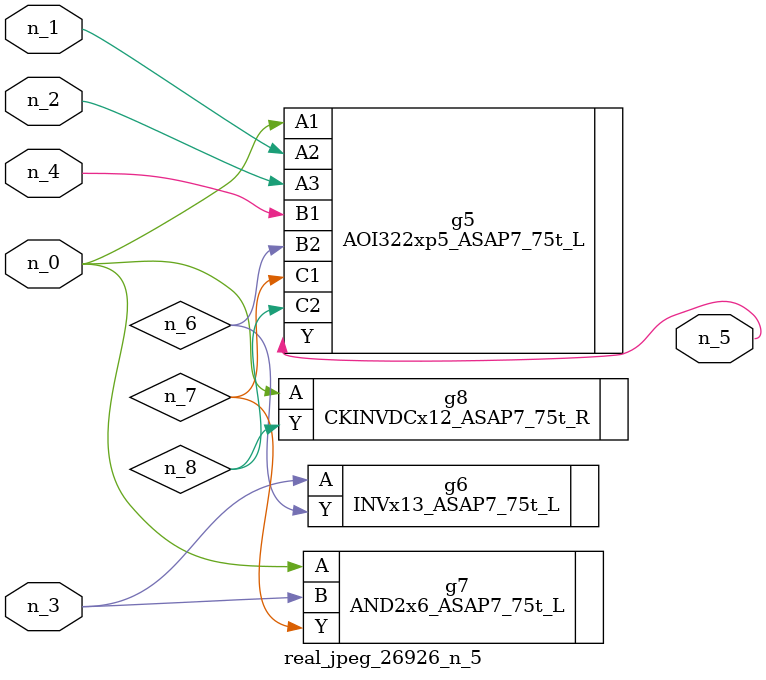
<source format=v>
module real_jpeg_26926_n_5 (n_4, n_0, n_1, n_2, n_3, n_5);

input n_4;
input n_0;
input n_1;
input n_2;
input n_3;

output n_5;

wire n_8;
wire n_6;
wire n_7;

AOI322xp5_ASAP7_75t_L g5 ( 
.A1(n_0),
.A2(n_1),
.A3(n_2),
.B1(n_4),
.B2(n_6),
.C1(n_7),
.C2(n_8),
.Y(n_5)
);

AND2x6_ASAP7_75t_L g7 ( 
.A(n_0),
.B(n_3),
.Y(n_7)
);

CKINVDCx12_ASAP7_75t_R g8 ( 
.A(n_0),
.Y(n_8)
);

INVx13_ASAP7_75t_L g6 ( 
.A(n_3),
.Y(n_6)
);


endmodule
</source>
